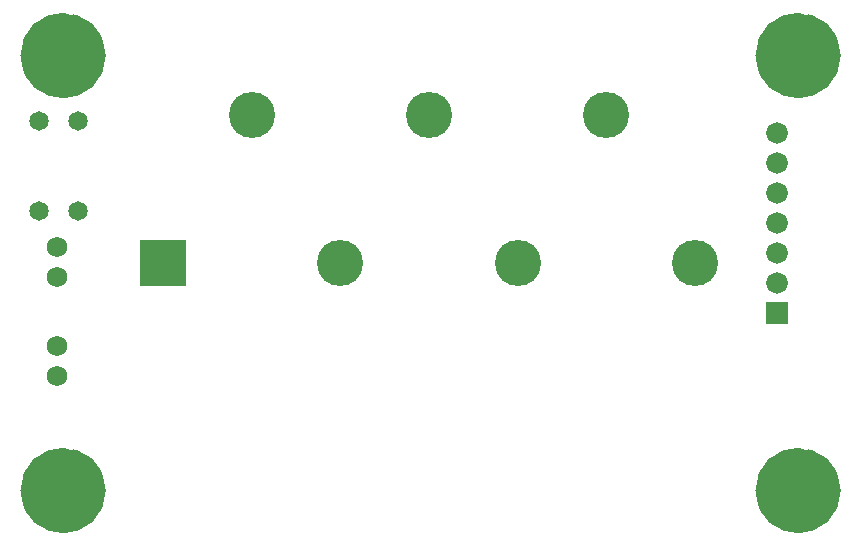
<source format=gbs>
G04*
G04 #@! TF.GenerationSoftware,Altium Limited,Altium Designer,19.0.15 (446)*
G04*
G04 Layer_Color=16711935*
%FSLAX25Y25*%
%MOIN*%
G70*
G01*
G75*
%ADD16C,0.17623*%
%ADD17C,0.15380*%
%ADD18R,0.15380X0.15380*%
%ADD19C,0.06800*%
%ADD20C,0.07200*%
%ADD21R,0.07200X0.07200*%
%ADD22C,0.06500*%
%ADD23C,0.03162*%
%ADD34C,0.10236*%
D16*
X265000Y20000D02*
D03*
X20000Y165000D02*
D03*
Y20000D02*
D03*
X265000Y165000D02*
D03*
D17*
X230583Y95787D02*
D03*
X201055Y145000D02*
D03*
X171528Y95787D02*
D03*
X142000Y145000D02*
D03*
X112472Y95787D02*
D03*
X82945Y145000D02*
D03*
D18*
X53417Y95787D02*
D03*
D19*
X18000Y101000D02*
D03*
Y91000D02*
D03*
Y68000D02*
D03*
Y58000D02*
D03*
D20*
X258000Y139000D02*
D03*
Y129000D02*
D03*
Y119000D02*
D03*
Y109000D02*
D03*
Y89000D02*
D03*
Y99000D02*
D03*
D21*
Y79000D02*
D03*
D22*
X25000Y113000D02*
D03*
Y143000D02*
D03*
X12000Y113000D02*
D03*
Y143000D02*
D03*
D23*
X256339Y20000D02*
D03*
X258875Y13875D02*
D03*
X265000Y11339D02*
D03*
X271125Y13875D02*
D03*
X273661Y20000D02*
D03*
X271125Y26125D02*
D03*
X265000Y28661D02*
D03*
X258875Y26125D02*
D03*
X26125Y158876D02*
D03*
X20000Y156339D02*
D03*
X13875Y158876D02*
D03*
X11339Y165000D02*
D03*
X13875Y171124D02*
D03*
X20000Y173661D02*
D03*
X26125Y171124D02*
D03*
X28661Y165000D02*
D03*
X20000Y28661D02*
D03*
X13875Y26125D02*
D03*
X11339Y20000D02*
D03*
X13875Y13875D02*
D03*
X20000Y11339D02*
D03*
X26125Y13875D02*
D03*
X28661Y20000D02*
D03*
X26125Y26125D02*
D03*
X271125Y171124D02*
D03*
X273661Y165000D02*
D03*
X271125Y158876D02*
D03*
X265000Y156339D02*
D03*
X258875Y158876D02*
D03*
X256339Y165000D02*
D03*
X258875Y171124D02*
D03*
X265000Y173661D02*
D03*
D34*
X274055Y20000D02*
G03*
X274055Y20000I-9055J0D01*
G01*
X29055Y165000D02*
G03*
X29055Y165000I-9055J0D01*
G01*
Y20000D02*
G03*
X29055Y20000I-9055J0D01*
G01*
X274055Y165000D02*
G03*
X274055Y165000I-9055J0D01*
G01*
M02*

</source>
